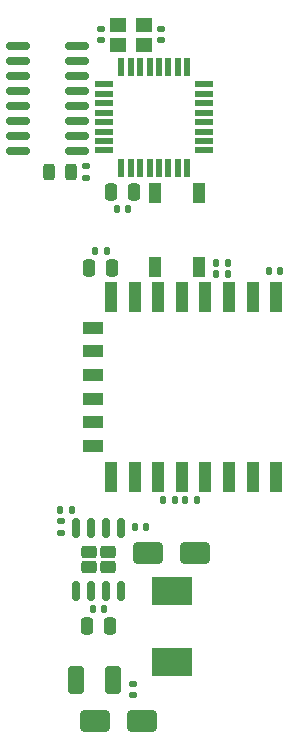
<source format=gtp>
G04 #@! TF.GenerationSoftware,KiCad,Pcbnew,7.0.8*
G04 #@! TF.CreationDate,2023-11-10T01:40:45+01:00*
G04 #@! TF.ProjectId,splitflappcb,73706c69-7466-46c6-9170-7063622e6b69,rev?*
G04 #@! TF.SameCoordinates,Original*
G04 #@! TF.FileFunction,Paste,Top*
G04 #@! TF.FilePolarity,Positive*
%FSLAX46Y46*%
G04 Gerber Fmt 4.6, Leading zero omitted, Abs format (unit mm)*
G04 Created by KiCad (PCBNEW 7.0.8) date 2023-11-10 01:40:45*
%MOMM*%
%LPD*%
G01*
G04 APERTURE LIST*
G04 Aperture macros list*
%AMRoundRect*
0 Rectangle with rounded corners*
0 $1 Rounding radius*
0 $2 $3 $4 $5 $6 $7 $8 $9 X,Y pos of 4 corners*
0 Add a 4 corners polygon primitive as box body*
4,1,4,$2,$3,$4,$5,$6,$7,$8,$9,$2,$3,0*
0 Add four circle primitives for the rounded corners*
1,1,$1+$1,$2,$3*
1,1,$1+$1,$4,$5*
1,1,$1+$1,$6,$7*
1,1,$1+$1,$8,$9*
0 Add four rect primitives between the rounded corners*
20,1,$1+$1,$2,$3,$4,$5,0*
20,1,$1+$1,$4,$5,$6,$7,0*
20,1,$1+$1,$6,$7,$8,$9,0*
20,1,$1+$1,$8,$9,$2,$3,0*%
G04 Aperture macros list end*
%ADD10RoundRect,0.250000X-0.420000X0.275000X-0.420000X-0.275000X0.420000X-0.275000X0.420000X0.275000X0*%
%ADD11RoundRect,0.150000X-0.150000X0.662500X-0.150000X-0.662500X0.150000X-0.662500X0.150000X0.662500X0*%
%ADD12RoundRect,0.140000X0.170000X-0.140000X0.170000X0.140000X-0.170000X0.140000X-0.170000X-0.140000X0*%
%ADD13RoundRect,0.135000X0.185000X-0.135000X0.185000X0.135000X-0.185000X0.135000X-0.185000X-0.135000X0*%
%ADD14RoundRect,0.243750X-0.243750X-0.456250X0.243750X-0.456250X0.243750X0.456250X-0.243750X0.456250X0*%
%ADD15R,1.400000X1.200000*%
%ADD16RoundRect,0.140000X-0.140000X-0.170000X0.140000X-0.170000X0.140000X0.170000X-0.140000X0.170000X0*%
%ADD17RoundRect,0.150000X0.825000X0.150000X-0.825000X0.150000X-0.825000X-0.150000X0.825000X-0.150000X0*%
%ADD18RoundRect,0.140000X0.140000X0.170000X-0.140000X0.170000X-0.140000X-0.170000X0.140000X-0.170000X0*%
%ADD19RoundRect,0.140000X-0.170000X0.140000X-0.170000X-0.140000X0.170000X-0.140000X0.170000X0.140000X0*%
%ADD20RoundRect,0.250000X1.000000X0.650000X-1.000000X0.650000X-1.000000X-0.650000X1.000000X-0.650000X0*%
%ADD21RoundRect,0.135000X-0.135000X-0.185000X0.135000X-0.185000X0.135000X0.185000X-0.135000X0.185000X0*%
%ADD22RoundRect,0.250000X0.412500X0.925000X-0.412500X0.925000X-0.412500X-0.925000X0.412500X-0.925000X0*%
%ADD23R,0.550000X1.600000*%
%ADD24R,1.600000X0.550000*%
%ADD25RoundRect,0.135000X0.135000X0.185000X-0.135000X0.185000X-0.135000X-0.185000X0.135000X-0.185000X0*%
%ADD26R,1.000000X2.500000*%
%ADD27R,1.800000X1.000000*%
%ADD28R,1.100000X1.800000*%
%ADD29RoundRect,0.250000X-0.250000X-0.475000X0.250000X-0.475000X0.250000X0.475000X-0.250000X0.475000X0*%
%ADD30RoundRect,0.250000X0.250000X0.475000X-0.250000X0.475000X-0.250000X-0.475000X0.250000X-0.475000X0*%
%ADD31RoundRect,0.135000X-0.185000X0.135000X-0.185000X-0.135000X0.185000X-0.135000X0.185000X0.135000X0*%
%ADD32R,3.500000X2.350000*%
G04 APERTURE END LIST*
D10*
X84220000Y-101005000D03*
X82620000Y-101005000D03*
X84220000Y-102265000D03*
X82620000Y-102265000D03*
D11*
X85325000Y-98997500D03*
X84055000Y-98997500D03*
X82785000Y-98997500D03*
X81515000Y-98997500D03*
X81515000Y-104272500D03*
X82785000Y-104272500D03*
X84055000Y-104272500D03*
X85325000Y-104272500D03*
D12*
X88750000Y-57670000D03*
X88750000Y-56710000D03*
D13*
X82360000Y-69330000D03*
X82360000Y-68310000D03*
D14*
X79270000Y-68820000D03*
X81145000Y-68820000D03*
D15*
X87290000Y-56340000D03*
X85090000Y-56340000D03*
X85090000Y-58040000D03*
X87290000Y-58040000D03*
D16*
X83190000Y-75500000D03*
X84150000Y-75500000D03*
D17*
X81620000Y-67070000D03*
X81620000Y-65800000D03*
X81620000Y-64530000D03*
X81620000Y-63260000D03*
X81620000Y-61990000D03*
X81620000Y-60720000D03*
X81620000Y-59450000D03*
X81620000Y-58180000D03*
X76670000Y-58180000D03*
X76670000Y-59450000D03*
X76670000Y-60720000D03*
X76670000Y-61990000D03*
X76670000Y-63260000D03*
X76670000Y-64530000D03*
X76670000Y-65800000D03*
X76670000Y-67070000D03*
D18*
X83910000Y-105795000D03*
X82950000Y-105795000D03*
D19*
X86350000Y-112175000D03*
X86350000Y-113135000D03*
D20*
X91620000Y-101075000D03*
X87620000Y-101075000D03*
D21*
X88900000Y-96550000D03*
X89920000Y-96550000D03*
D22*
X84645000Y-111865000D03*
X81570000Y-111865000D03*
D23*
X90970000Y-59940000D03*
X90170000Y-59940000D03*
X89370000Y-59940000D03*
X88570000Y-59940000D03*
X87770000Y-59940000D03*
X86970000Y-59940000D03*
X86170000Y-59940000D03*
X85370000Y-59940000D03*
D24*
X83920000Y-61390000D03*
X83920000Y-62190000D03*
X83920000Y-62990000D03*
X83920000Y-63790000D03*
X83920000Y-64590000D03*
X83920000Y-65390000D03*
X83920000Y-66190000D03*
X83920000Y-66990000D03*
D23*
X85370000Y-68440000D03*
X86170000Y-68440000D03*
X86970000Y-68440000D03*
X87770000Y-68440000D03*
X88570000Y-68440000D03*
X89370000Y-68440000D03*
X90170000Y-68440000D03*
X90970000Y-68440000D03*
D24*
X92420000Y-66990000D03*
X92420000Y-66190000D03*
X92420000Y-65390000D03*
X92420000Y-64590000D03*
X92420000Y-63790000D03*
X92420000Y-62990000D03*
X92420000Y-62190000D03*
X92420000Y-61390000D03*
D20*
X87117500Y-115340000D03*
X83117500Y-115340000D03*
D25*
X81230000Y-97465000D03*
X80210000Y-97465000D03*
D26*
X98500000Y-79400000D03*
X96500000Y-79400000D03*
X94500000Y-79400000D03*
X92500000Y-79400000D03*
X90500000Y-79400000D03*
X88500000Y-79400000D03*
X86500000Y-79400000D03*
X84500000Y-79400000D03*
D27*
X83000000Y-82000000D03*
X83000000Y-84000000D03*
X83000000Y-86000000D03*
X83000000Y-88000000D03*
X83000000Y-90000000D03*
X83000000Y-92000000D03*
D26*
X84500000Y-94600000D03*
X86500000Y-94600000D03*
X88500000Y-94600000D03*
X90500000Y-94600000D03*
X92500000Y-94600000D03*
X94500000Y-94600000D03*
X96500000Y-94600000D03*
X98500000Y-94600000D03*
D21*
X93400000Y-76530000D03*
X94420000Y-76530000D03*
D28*
X91920000Y-70620000D03*
X91920000Y-76820000D03*
X88220000Y-70620000D03*
X88220000Y-76820000D03*
D18*
X98840000Y-77240000D03*
X97880000Y-77240000D03*
X87510000Y-98865000D03*
X86550000Y-98865000D03*
D19*
X83620000Y-56710000D03*
X83620000Y-57670000D03*
D21*
X93400000Y-77480000D03*
X94420000Y-77480000D03*
D25*
X91790000Y-96550000D03*
X90770000Y-96550000D03*
D16*
X84990000Y-71920000D03*
X85950000Y-71920000D03*
D29*
X84530000Y-70470000D03*
X86430000Y-70470000D03*
X82680000Y-76930000D03*
X84580000Y-76930000D03*
D30*
X84380000Y-107245000D03*
X82480000Y-107245000D03*
D31*
X80250000Y-98355000D03*
X80250000Y-99375000D03*
D32*
X89670000Y-104260000D03*
X89670000Y-110310000D03*
M02*

</source>
